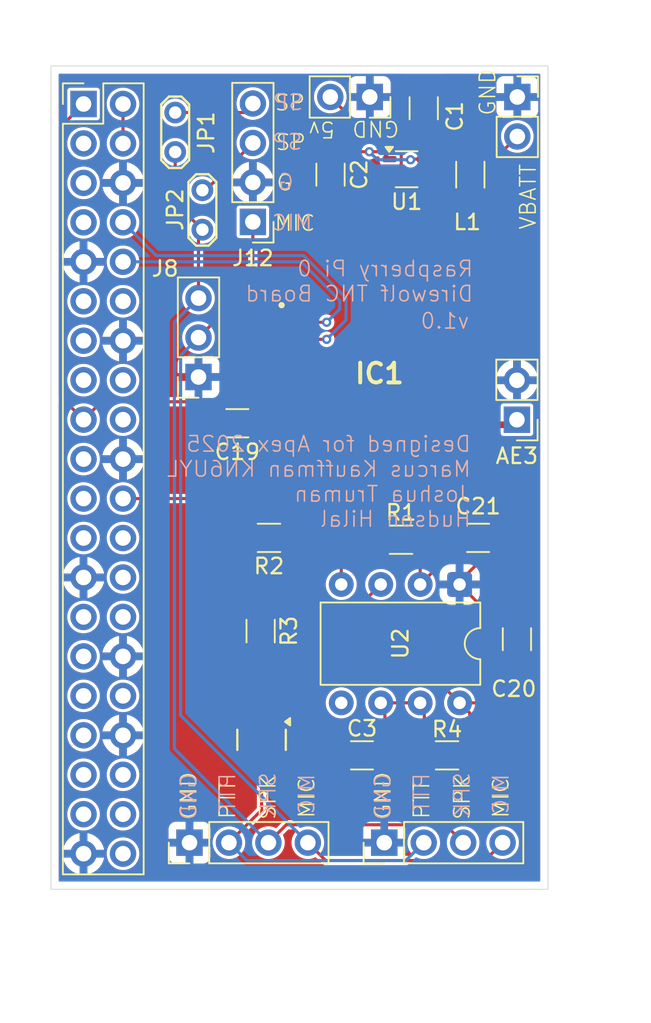
<source format=kicad_pcb>
(kicad_pcb (version 20241229) (generator "pcbnew") (generator_version "9.0")
  (layers (0 "F.Cu" signal) (2 "B.Cu" signal) (13 "F.Paste" user) (15 "B.Paste" user) (5 "F.SilkS" user "F.Silkscreen") (7 "B.SilkS" user "B.Silkscreen") (1 "F.Mask" user) (3 "B.Mask" user) (25 "Edge.Cuts" user))
  (net 0 "")
  (net 1 "Net-(AE3-A)")
  (net 2 "GND")
  (net 3 "VBUS")
  (net 4 "+BATT")
  (net 5 "Net-(U2-DIS)")
  (net 6 "+3V3")
  (net 7 "Net-(U2-TR)")
  (net 10 "/UART1_RX")
  (net 11 "/UART1_TX")
  (net 20 "Net-(J1-5V-Pad2)")
  (net 43 "/GP25")
  (net 47 "/PI_MIC")
  (net 48 "/PTT")
  (net 49 "/PI_SPK")
  (net 50 "Net-(U1-L)")
  (net 51 "Net-(Q1-B)")
  (net 52 "Net-(U2-Q)")
  (net 54 "Net-(J12-Pin_4)")
  (net 55 "Net-(J12-Pin_3)")
  (footprint "Capacitor_SMD:C_1206_3216Metric" (layer "F.Cu") (at 51 52 -90)
    (property "Reference" "C2" (at 0 -1.85 90) (layer "F.SilkS"))
    (property "Value" "10µF")
    (fp_line (start -0.711252 0.91) (end 0.711252 0.91) (stroke (width 0.12)) (layer "F.SilkS"))
    (fp_line (start -0.711252 -0.91) (end 0.711252 -0.91) (stroke (width 0.12)) (layer "F.SilkS"))
    (pad "1" smd roundrect (at -1.475 0 270) (size 1.15 1.8) (layers "F.Cu" "F.Mask" "F.Paste") (roundrect_rratio 0.217391) (net 4 "+BATT"))
    (pad "2" smd roundrect (at 1.475 0 270) (size 1.15 1.8) (layers "F.Cu" "F.Mask" "F.Paste") (roundrect_rratio 0.217391) (net 2 "GND"))
  )
  (footprint "Connector_PinSocket_2.54mm:PinSocket_1x02_P2.54mm_Vertical" (layer "F.Cu") (at 63.025 47)
    (property "Reference" "J3" (hide yes))
    (property "Value" "Conn_01x02_Pin")
    (fp_line (start -1.33 1.27) (end -1.33 3.87) (stroke (width 0.12)) (layer "F.SilkS"))
    (fp_line (start -1.33 1.27) (end 1.33 1.27) (stroke (width 0.12)) (layer "F.SilkS"))
    (fp_line (start -1.33 3.87) (end 1.33 3.87) (stroke (width 0.12)) (layer "F.SilkS"))
    (fp_line (start 0 -1.33) (end 1.33 -1.33) (stroke (width 0.12)) (layer "F.SilkS"))
    (fp_line (start 1.33 -1.33) (end 1.33 0) (stroke (width 0.12)) (layer "F.SilkS"))
    (fp_line (start 1.33 1.27) (end 1.33 3.87) (stroke (width 0.12)) (layer "F.SilkS"))
    (pad "1" thru_hole rect (at 0 0) (size 1.7 1.7) (drill 1) (layers "*.Cu" "*.Mask") (net 2 "GND"))
    (pad "2" thru_hole oval (at 0 2.54) (size 1.7 1.7) (drill 1) (layers "*.Cu" "*.Mask") (net 4 "+BATT"))
  )
  (footprint "Capacitor_SMD:C_1206_3216Metric" (layer "F.Cu") (at 57 47.725 90)
    (property "Reference" "C1" (at -0.525 2 90) (layer "F.SilkS"))
    (property "Value" "10µF")
    (fp_line (start -0.711252 -0.91) (end 0.711252 -0.91) (stroke (width 0.12)) (layer "F.SilkS"))
    (fp_line (start -0.711252 0.91) (end 0.711252 0.91) (stroke (width 0.12)) (layer "F.SilkS"))
    (pad "1" smd roundrect (at -1.475 0 90) (size 1.15 1.8) (layers "F.Cu" "F.Mask" "F.Paste") (roundrect_rratio 0.217391) (net 3 "VBUS"))
    (pad "2" smd roundrect (at 1.475 0 90) (size 1.15 1.8) (layers "F.Cu" "F.Mask" "F.Paste") (roundrect_rratio 0.217391) (net 2 "GND"))
  )
  (footprint "PCM_JLCPCB:Q_SOT-23" (layer "F.Cu") (at 46.56 88.38 -90)
    (property "Reference" "Q1" (hide yes))
    (property "Value" "MMBT2222A")
    (fp_line (start 0 1.56) (end -0.65 1.56) (stroke (width 0.15)) (layer "F.SilkS"))
    (fp_line (start 0 1.56) (end 0.65 1.56) (stroke (width 0.15)) (layer "F.SilkS"))
    (fp_line (start 0 -1.56) (end -0.65 -1.56) (stroke (width 0.15)) (layer "F.SilkS"))
    (fp_line (start 0 -1.56) (end 0.65 -1.56) (stroke (width 0.15)) (layer "F.SilkS"))
    (fp_poly (pts (xy -1.1625 -1.51) (xy -1.4025 -1.84) (xy -0.9225 -1.84) (xy -1.1625 -1.51)) (stroke (width 0.12)) (fill yes) (layer "F.SilkS"))
    (pad "1" smd roundrect (at -0.94 -0.95 270) (size 1.48 0.6) (layers "F.Cu" "F.Mask" "F.Paste") (net 51 "Net-(Q1-B)"))
    (pad "2" smd roundrect (at -0.94 0.95 270) (size 1.48 0.6) (layers "F.Cu" "F.Mask" "F.Paste") (net 2 "GND"))
    (pad "3" smd roundrect (at 0.94 0 270) (size 1.48 0.6) (layers "F.Cu" "F.Mask" "F.Paste") (net 48 "/PTT"))
  )
  (footprint "Capacitor_SMD:C_1206_3216Metric" (layer "F.Cu") (at 63 81.905 90)
    (property "Reference" "C20" (at -3.195 -0.2 180) (layer "F.SilkS"))
    (property "Value" "100nF")
    (fp_line (start -0.711252 -0.91) (end 0.711252 -0.91) (stroke (width 0.12)) (layer "F.SilkS"))
    (fp_line (start -0.711252 0.91) (end 0.711252 0.91) (stroke (width 0.12)) (layer "F.SilkS"))
    (pad "1" smd roundrect (at -1.475 0 90) (size 1.15 1.8) (layers "F.Cu" "F.Mask" "F.Paste") (roundrect_rratio 0.217391) (net 6 "+3V3"))
    (pad "2" smd roundrect (at 1.475 0 90) (size 1.15 1.8) (layers "F.Cu" "F.Mask" "F.Paste") (roundrect_rratio 0.217391) (net 2 "GND"))
  )
  (footprint "Connector_PinHeader_2.54mm:PinHeader_1x04_P2.54mm_Vertical" (layer "F.Cu") (at 46 55.04 180)
    (property "Reference" "J12" (at 0 -2.33 0) (layer "F.SilkS"))
    (property "Value" "Conn_01x04_Pin")
    (fp_line (start 1.33 1.27) (end 1.33 8.95) (stroke (width 0.12)) (layer "F.SilkS"))
    (fp_line (start -1.33 8.95) (end 1.33 8.95) (stroke (width 0.12)) (layer "F.SilkS"))
    (fp_line (start -1.33 1.27) (end 1.33 1.27) (stroke (width 0.12)) (layer "F.SilkS"))
    (fp_line (start -1.33 1.27) (end -1.33 8.95) (stroke (width 0.12)) (layer "F.SilkS"))
    (fp_line (start -1.33 0) (end -1.33 -1.33) (stroke (width 0.12)) (layer "F.SilkS"))
    (fp_line (start -1.33 -1.33) (end 0 -1.33) (stroke (width 0.12)) (layer "F.SilkS"))
    (pad "1" thru_hole rect (at 0 0 180) (size 1.7 1.7) (drill 1) (layers "*.Cu" "*.Mask") (net 47 "/PI_MIC"))
    (pad "2" thru_hole oval (at 0 2.54 180) (size 1.7 1.7) (drill 1) (layers "*.Cu" "*.Mask") (net 2 "GND"))
    (pad "3" thru_hole oval (at 0 5.08 180) (size 1.7 1.7) (drill 1) (layers "*.Cu" "*.Mask") (net 55 "Net-(J12-Pin_3)"))
    (pad "4" thru_hole oval (at 0 7.62 180) (size 1.7 1.7) (drill 1) (layers "*.Cu" "*.Mask") (net 54 "Net-(J12-Pin_4)"))
  )
  (footprint "Capacitor_SMD:C_1206_3216Metric" (layer "F.Cu") (at 45 68 180)
    (property "Reference" "C19" (at 0 -1.85 0) (layer "F.SilkS"))
    (property "Value" "100nF")
    (fp_line (start -0.711252 0.91) (end 0.711252 0.91) (stroke (width 0.12)) (layer "F.SilkS"))
    (fp_line (start -0.711252 -0.91) (end 0.711252 -0.91) (stroke (width 0.12)) (layer "F.SilkS"))
    (pad "1" smd roundrect (at -1.475 0 180) (size 1.15 1.8) (layers "F.Cu" "F.Mask" "F.Paste") (roundrect_rratio 0.217391) (net 6 "+3V3"))
    (pad "2" smd roundrect (at 1.475 0 180) (size 1.15 1.8) (layers "F.Cu" "F.Mask" "F.Paste") (roundrect_rratio 0.217391) (net 2 "GND"))
  )
  (footprint "Connector_PinSocket_2.54mm:PinSocket_1x03_P2.54mm_Vertical" (layer "F.Cu") (at 42.5 65.025 180)
    (property "Reference" "J8" (at 2.15 6.975 0) (layer "F.SilkS"))
    (property "Value" "Conn_01x03_Pin")
    (fp_line (start 1.33 1.27) (end 1.33 6.41) (stroke (width 0.12)) (layer "F.SilkS"))
    (fp_line (start 1.33 -1.33) (end 1.33 0) (stroke (width 0.12)) (layer "F.SilkS"))
    (fp_line (start 0 -1.33) (end 1.33 -1.33) (stroke (width 0.12)) (layer "F.SilkS"))
    (fp_line (start -1.33 6.41) (end 1.33 6.41) (stroke (width 0.12)) (layer "F.SilkS"))
    (fp_line (start -1.33 1.27) (end 1.33 1.27) (stroke (width 0.12)) (layer "F.SilkS"))
    (fp_line (start -1.33 1.27) (end -1.33 6.41) (stroke (width 0.12)) (layer "F.SilkS"))
    (pad "1" thru_hole rect (at 0 0 180) (size 1.7 1.7) (drill 1) (layers "*.Cu" "*.Mask") (net 2 "GND"))
    (pad "2" thru_hole oval (at 0 2.54 180) (size 1.7 1.7) (drill 1) (layers "*.Cu" "*.Mask") (net 47 "/PI_MIC"))
    (pad "3" thru_hole oval (at 0 5.08 180) (size 1.7 1.7) (drill 1) (layers "*.Cu" "*.Mask") (net 49 "/PI_SPK"))
  )
  (footprint "Package_TO_SOT_SMD:Texas_R-PDSO-G6" (layer "F.Cu") (at 55.9 51.65)
    (property "Reference" "U1" (at 0 2.1 0) (layer "F.SilkS"))
    (property "Value" "TPS61222DCK")
    (fp_line (start -0.7 -1.16) (end 0.7 -1.16) (stroke (width 0.12)) (layer "F.SilkS"))
    (fp_line (start -0.7 1.16) (end 0.7 1.16) (stroke (width 0.12)) (layer "F.SilkS"))
    (fp_poly (pts (xy -1.12 -1.11) (xy -1.36 -1.44) (xy -0.88 -1.44) (xy -1.12 -1.11)) (stroke (width 0.12)) (fill yes) (layer "F.SilkS"))
    (pad "1" smd roundrect (at -1.1 -0.65) (size 0.9 0.4) (layers "F.Cu" "F.Mask" "F.Paste") (net 4 "+BATT"))
    (pad "2" smd roundrect (at -1.1 0) (size 0.9 0.4) (layers "F.Cu" "F.Mask" "F.Paste") (net 3 "VBUS"))
    (pad "3" smd roundrect (at -1.1 0.65) (size 0.9 0.4) (layers "F.Cu" "F.Mask" "F.Paste") (net 2 "GND"))
    (pad "4" smd roundrect (at 1.1 0.65) (size 0.9 0.4) (layers "F.Cu" "F.Mask" "F.Paste") (net 3 "VBUS"))
    (pad "5" smd roundrect (at 1.1 0) (size 0.9 0.4) (layers "F.Cu" "F.Mask" "F.Paste") (net 50 "Net-(U1-L)"))
    (pad "6" smd roundrect (at 1.1 -0.65) (size 0.9 0.4) (layers "F.Cu" "F.Mask" "F.Paste") (net 4 "+BATT"))
  )
  (footprint "TestPoint:TestPoint_2Pads_Pitch2.54mm_Drill0.8mm" (layer "F.Cu") (at 42.75 53 -90)
    (property "Reference" "JP2" (at 1.25 1.75 90) (layer "F.SilkS"))
    (property "Value" "Jumper_2_Open")
    (fp_line (start -0.53 0.9) (end -1.03 0.4) (stroke (width 0.15)) (layer "F.SilkS"))
    (fp_line (start 3.07 0.9) (end -0.53 0.9) (stroke (width 0.15)) (layer "F.SilkS"))
    (fp_line (start -1.03 0.4) (end -1.03 -0.4) (stroke (width 0.15)) (layer "F.SilkS"))
    (fp_line (start 3.57 0.4) (end 3.07 0.9) (stroke (width 0.15)) (layer "F.SilkS"))
    (fp_line (start -1.03 -0.4) (end -0.53 -0.9) (stroke (width 0.15)) (layer "F.SilkS"))
    (fp_line (start 3.57 -0.4) (end 3.57 0.4) (stroke (width 0.15)) (layer "F.SilkS"))
    (fp_line (start -0.53 -0.9) (end 3.07 -0.9) (stroke (width 0.15)) (layer "F.SilkS"))
    (fp_line (start 3.07 -0.9) (end 3.57 -0.4) (stroke (width 0.15)) (layer "F.SilkS"))
    (pad "1" thru_hole circle (at 0 0 270) (size 1.4 1.4) (drill 0.8) (layers "*.Cu" "*.Mask") (net 55 "Net-(J12-Pin_3)"))
    (pad "2" thru_hole circle (at 2.54 0 270) (size 1.4 1.4) (drill 0.8) (layers "*.Cu" "*.Mask") (net 49 "/PI_SPK"))
  )
  (footprint "Resistor_SMD:R_1206_3216Metric" (layer "F.Cu") (at 55.5375 75.5 180)
    (property "Reference" "R1" (at 0 1.75 0) (layer "F.SilkS"))
    (property "Value" "10kΩ")
    (fp_line (start -0.727064 0.91) (end 0.727064 0.91) (stroke (width 0.12)) (layer "F.SilkS"))
    (fp_line (start -0.727064 -0.91) (end 0.727064 -0.91) (stroke (width 0.12)) (layer "F.SilkS"))
    (pad "1" smd roundrect (at -1.4625 0 180) (size 1.125 1.75) (layers "F.Cu" "F.Mask" "F.Paste") (roundrect_rratio 0.222222) (net 7 "Net-(U2-TR)"))
    (pad "2" smd roundrect (at 1.4625 0 180) (size 1.125 1.75) (layers "F.Cu" "F.Mask" "F.Paste") (roundrect_rratio 0.222222) (net 43 "/GP25"))
  )
  (footprint "Connector_PinSocket_2.54mm:PinSocket_1x02_P2.54mm_Vertical" (layer "F.Cu") (at 53.525 47 -90)
    (property "Reference" "J4" (hide yes))
    (property "Value" "Conn_01x02_Pin")
    (fp_line (start -1.33 3.87) (end 1.33 3.87) (stroke (width 0.12)) (layer "F.SilkS"))
    (fp_line (start -1.33 1.27) (end -1.33 3.87) (stroke (width 0.12)) (layer "F.SilkS"))
    (fp_line (start -1.33 1.27) (end 1.33 1.27) (stroke (width 0.12)) (layer "F.SilkS"))
    (fp_line (start 1.33 1.27) (end 1.33 3.87) (stroke (width 0.12)) (layer "F.SilkS"))
    (fp_line (start 0 -1.33) (end 1.33 -1.33) (stroke (width 0.12)) (layer "F.SilkS"))
    (fp_line (start 1.33 -1.33) (end 1.33 0) (stroke (width 0.12)) (layer "F.SilkS"))
    (pad "1" thru_hole rect (at 0 0 270) (size 1.7 1.7) (drill 1) (layers "*.Cu" "*.Mask") (net 2 "GND"))
    (pad "2" thru_hole oval (at 0 2.54 270) (size 1.7 1.7) (drill 1) (layers "*.Cu" "*.Mask") (net 3 "VBUS"))
  )
  (footprint "Resistor_SMD:R_1206_3216Metric" (layer "F.Cu") (at 46.5 81.38 -90)
    (property "Reference" "R3" (at 0 -1.82 90) (layer "F.SilkS"))
    (property "Value" "2.7kΩ")
    (fp_line (start -0.727064 0.91) (end 0.727064 0.91) (stroke (width 0.12)) (layer "F.SilkS"))
    (fp_line (start -0.727064 -0.91) (end 0.727064 -0.91) (stroke (width 0.12)) (layer "F.SilkS"))
    (pad "1" smd roundrect (at -1.4625 0 270) (size 1.125 1.75) (layers "F.Cu" "F.Mask" "F.Paste") (roundrect_rratio 0.222222) (net 52 "Net-(U2-Q)"))
    (pad "2" smd roundrect (at 1.4625 0 270) (size 1.125 1.75) (layers "F.Cu" "F.Mask" "F.Paste") (roundrect_rratio 0.222222) (net 51 "Net-(Q1-B)"))
  )
  (footprint "Connector_PinHeader_2.54mm:PinHeader_1x04_P2.54mm_Vertical" (layer "F.Cu") (at 41.92 95 90)
    (property "Reference" "J11" (hide yes))
    (property "Value" "Conn_01x04_Pin")
    (fp_line (start -1.33 -1.33) (end 0 -1.33) (stroke (width 0.12)) (layer "F.SilkS"))
    (fp_line (start -1.33 0) (end -1.33 -1.33) (stroke (width 0.12)) (layer "F.SilkS"))
    (fp_line (start 1.33 1.27) (end 1.33 8.95) (stroke (width 0.12)) (layer "F.SilkS"))
    (fp_line (start -1.33 1.27) (end 1.33 1.27) (stroke (width 0.12)) (layer "F.SilkS"))
    (fp_line (start -1.33 1.27) (end -1.33 8.95) (stroke (width 0.12)) (layer "F.SilkS"))
    (fp_line (start -1.33 8.95) (end 1.33 8.95) (stroke (width 0.12)) (layer "F.SilkS"))
    (pad "1" thru_hole rect (at 0 0 90) (size 1.7 1.7) (drill 1) (layers "*.Cu" "*.Mask") (net 2 "GND"))
    (pad "2" thru_hole oval (at 0 2.54 90) (size 1.7 1.7) (drill 1) (layers "*.Cu" "*.Mask") (net 48 "/PTT"))
    (pad "3" thru_hole oval (at 0 5.08 90) (size 1.7 1.7) (drill 1) (layers "*.Cu" "*.Mask") (net 49 "/PI_SPK"))
    (pad "4" thru_hole oval (at 0 7.62 90) (size 1.7 1.7) (drill 1) (layers "*.Cu" "*.Mask") (net 47 "/PI_MIC"))
  )
  (footprint "TestPoint:TestPoint_2Pads_Pitch2.54mm_Drill0.8mm" (layer "F.Cu") (at 41 48 -90)
    (property "Reference" "JP1" (at 1.3 -2 90) (layer "F.SilkS"))
    (property "Value" "Jumper_2_Open")
    (fp_line (start -0.53 0.9) (end -1.03 0.4) (stroke (width 0.15)) (layer "F.SilkS"))
    (fp_line (start 3.07 0.9) (end -0.53 0.9) (stroke (width 0.15)) (layer "F.SilkS"))
    (fp_line (start -1.03 0.4) (end -1.03 -0.4) (stroke (width 0.15)) (layer "F.SilkS"))
    (fp_line (start 3.57 0.4) (end 3.07 0.9) (stroke (width 0.15)) (layer "F.SilkS"))
    (fp_line (start -1.03 -0.4) (end -0.53 -0.9) (stroke (width 0.15)) (layer "F.SilkS"))
    (fp_line (start 3.57 -0.4) (end 3.57 0.4) (stroke (width 0.15)) (layer "F.SilkS"))
    (fp_line (start -0.53 -0.9) (end 3.07 -0.9) (stroke (width 0.15)) (layer "F.SilkS"))
    (fp_line (start 3.07 -0.9) (end 3.57 -0.4) (stroke (width 0.15)) (layer "F.SilkS"))
    (pad "1" thru_hole circle (at 0 0 270) (size 1.4 1.4) (drill 0.8) (layers "*.Cu" "*.Mask") (net 54 "Net-(J12-Pin_4)"))
    (pad "2" thru_hole circle (at 2.54 0 270) (size 1.4 1.4) (drill 0.8) (layers "*.Cu" "*.Mask") (net 49 "/PI_SPK"))
  )
  (footprint "Connector_PinHeader_2.54mm:PinHeader_1x02_P2.54mm_Vertical" (layer "F.Cu") (at 63 67.775 180)
    (property "Reference" "AE3" (at 0 -2.33 0) (layer "F.SilkS"))
    (property "Value" "GPS_ANT")
    (fp_line (start 1.33 1.27) (end 1.33 3.87) (stroke (width 0.12)) (layer "F.SilkS"))
    (fp_line (start -1.33 3.87) (end 1.33 3.87) (stroke (width 0.12)) (layer "F.SilkS"))
    (fp_line (start -1.33 1.27) (end 1.33 1.27) (stroke (width 0.12)) (layer "F.SilkS"))
    (fp_line (start -1.33 1.27) (end -1.33 3.87) (stroke (width 0.12)) (layer "F.SilkS"))
    (fp_line (start -1.33 0) (end -1.33 -1.33) (stroke (width 0.12)) (layer "F.SilkS"))
    (fp_line (start -1.33 -1.33) (end 0 -1.33) (stroke (width 0.12)) (layer "F.SilkS"))
    (pad "1" thru_hole rect (at 0 0 180) (size 1.7 1.7) (drill 1) (layers "*.Cu" "*.Mask") (net 1 "Net-(AE3-A)"))
    (pad "2" thru_hole oval (at 0 2.54 180) (size 1.7 1.7) (drill 1) (layers "*.Cu" "*.Mask") (net 2 "GND"))
  )
  (footprint "ATGM336H-5N31:ATGM336H5N31" (layer "F.Cu") (at 54.15 64.8 180)
    (property "Reference" "IC1" (at 0 0 0) (layer "F.SilkS") (effects (font (size 1.27 1.27) (thickness 0.254))))
    (property "Value" "ATGM336H-5N31" (hide yes))
    (fp_line (start 6.4 4.4) (end 6.4 4.4) (stroke (width 0.2)) (layer "F.SilkS"))
    (fp_line (start 6.2 4.4) (end 6.2 4.4) (stroke (width 0.2)) (layer "F.SilkS"))
    (fp_arc (start 6.4 4.4) (mid 6.3 4.5) (end 6.2 4.4) (stroke (width 0.2)) (layer "F.SilkS"))
    (fp_arc (start 6.2 4.4) (mid 6.3 4.3) (end 6.4 4.4) (stroke (width 0.2)) (layer "F.SilkS"))
    (pad "1" smd rect (at 4.85 4.4 270) (size 0.8 1.8) (layers "F.Cu" "F.Mask" "F.Paste") (net 2 "GND"))
    (pad "2" smd rect (at 4.85 3.3 270) (size 0.8 1.8) (layers "F.Cu" "F.Mask" "F.Paste") (net 10 "/UART1_RX"))
    (pad "3" smd rect (at 4.85 2.2 270) (size 0.8 1.8) (layers "F.Cu" "F.Mask" "F.Paste") (net 11 "/UART1_TX"))
    (pad "4" smd rect (at 4.85 1.1 270) (size 0.8 1.8) (layers "F.Cu" "F.Mask" "F.Paste"))
    (pad "5" smd rect (at 4.85 0 270) (size 0.8 1.8) (layers "F.Cu" "F.Mask" "F.Paste"))
    (pad "6" smd rect (at 4.85 -1.1 270) (size 0.8 1.8) (layers "F.Cu" "F.Mask" "F.Paste") (net 6 "+3V3"))
    (pad "7" smd rect (at 4.85 -2.2 270) (size 0.8 1.8) (layers "F.Cu" "F.Mask" "F.Paste"))
    (pad "8" smd rect (at 4.85 -3.3 270) (size 0.8 1.8) (layers "F.Cu" "F.Mask" "F.Paste") (net 6 "+3V3"))
    (pad "9" smd rect (at 4.85 -4.4 270) (size 0.8 1.8) (layers "F.Cu" "F.Mask" "F.Paste"))
    (pad "10" smd rect (at -4.85 -4.4 270) (size 0.8 1.8) (layers "F.Cu" "F.Mask" "F.Paste") (net 2 "GND"))
    (pad "11" smd rect (at -4.85 -3.3 270) (size 0.8 1.8) (layers "F.Cu" "F.Mask" "F.Paste") (net 1 "Net-(AE3-A)"))
    (pad "12" smd rect (at -4.85 -2.2 270) (size 0.8 1.8) (layers "F.Cu" "F.Mask" "F.Paste") (net 2 "GND"))
    (pad "13" smd rect (at -4.85 -1.1 270) (size 0.8 1.8) (layers "F.Cu" "F.Mask" "F.Paste"))
    (pad "14" smd rect (at -4.85 0 270) (size 0.8 1.8) (layers "F.Cu" "F.Mask" "F.Paste"))
    (pad "15" smd rect (at -4.85 1.1 270) (size 0.8 1.8) (layers "F.Cu" "F.Mask" "F.Paste"))
    (pad "16" smd rect (at -4.85 2.2 270) (size 0.8 1.8) (layers "F.Cu" "F.Mask" "F.Paste"))
    (pad "17" smd rect (at -4.85 3.3 270) (size 0.8 1.8) (layers "F.Cu" "F.Mask" "F.Paste"))
    (pad "18" smd rect (at -4.85 4.4 270) (size 0.8 1.8) (layers "F.Cu" "F.Mask" "F.Paste"))
  )
  (footprint "Capacitor_SMD:C_1206_3216Metric" (layer "F.Cu") (at 60.5 75.38 180)
    (property "Reference" "C21" (at 0 2.03 0) (layer "F.SilkS"))
    (property "Value" "100nF")
    (fp_line (start -0.711252 0.91) (end 0.711252 0.91) (stroke (width 0.12)) (layer "F.SilkS"))
    (fp_line (start -0.711252 -0.91) (end 0.711252 -0.91) (stroke (width 0.12)) (layer "F.SilkS"))
    (pad "1" smd roundrect (at -1.475 0 180) (size 1.15 1.8) (layers "F.Cu" "F.Mask" "F.Paste") (roundrect_rratio 0.217391) (net 2 "GND"))
    (pad "2" smd roundrect (at 1.475 0 180) (size 1.15 1.8) (layers "F.Cu" "F.Mask" "F.Paste") (roundrect_rratio 0.217391) (net 7 "Net-(U2-TR)"))
  )
  (footprint "Capacitor_SMD:C_1206_3216Metric" (layer "F.Cu") (at 53.025 89.38 180)
    (property "Reference" "C3" (at 0 1.73 0) (layer "F.SilkS"))
    (property "Value" "10µF")
    (fp_line (start -0.711252 0.91) (end 0.711252 0.91) (stroke (width 0.12)) (layer "F.SilkS"))
    (fp_line (start -0.711252 -0.91) (end 0.711252 -0.91) (stroke (width 0.12)) (layer "F.SilkS"))
    (pad "1" smd roundrect (at -1.475 0 180) (size 1.15 1.8) (layers "F.Cu" "F.Mask" "F.Paste") (roundrect_rratio 0.217391) (net 5 "Net-(U2-DIS)"))
    (pad "2" smd roundrect (at 1.475 0 180) (size 1.15 1.8) (layers "F.Cu" "F.Mask" "F.Paste") (roundrect_rratio 0.217391) (net 2 "GND"))
  )
  (footprint "Resistor_SMD:R_1206_3216Metric" (layer "F.Cu") (at 47.0375 75.38 180)
    (property "Reference" "R2" (at 0 -1.82 0) (layer "F.SilkS"))
    (property "Value" "100kΩ")
    (fp_line (start -0.727064 0.91) (end 0.727064 0.91) (stroke (width 0.12)) (layer "F.SilkS"))
    (fp_line (start -0.727064 -0.91) (end 0.727064 -0.91) (stroke (width 0.12)) (layer "F.SilkS"))
    (pad "1" smd roundrect (at -1.4625 0 180) (size 1.125 1.75) (layers "F.Cu" "F.Mask" "F.Paste") (roundrect_rratio 0.222222) (net 43 "/GP25"))
    (pad "2" smd roundrect (at 1.4625 0 180) (size 1.125 1.75) (layers "F.Cu" "F.Mask" "F.Paste") (roundrect_rratio 0.222222) (net 2 "GND"))
  )
  (footprint "Connector_PinHeader_2.54mm:PinHeader_1x04_P2.54mm_Vertical" (layer "F.Cu") (at 54.46 95 90)
    (property "Reference" "J7" (hide yes))
    (property "Value" "Conn_01x04_Pin")
    (fp_line (start -1.33 -1.33) (end 0 -1.33) (stroke (width 0.12)) (layer "F.SilkS"))
    (fp_line (start -1.33 0) (end -1.33 -1.33) (stroke (width 0.12)) (layer "F.SilkS"))
    (fp_line (start 1.33 1.27) (end 1.33 8.95) (stroke (width 0.12)) (layer "F.SilkS"))
    (fp_line (start -1.33 1.27) (end 1.33 1.27) (stroke (width 0.12)) (layer "F.SilkS"))
    (fp_line (start -1.33 1.27) (end -1.33 8.95) (stroke (width 0.12)) (layer "F.SilkS"))
    (fp_line (start -1.33 8.95) (end 1.33 8.95) (stroke (width 0.12)) (layer "F.SilkS"))
    (pad "1" thru_hole rect (at 0 0 90) (size 1.7 1.7) (drill 1) (layers "*.Cu" "*.Mask") (net 2 "GND"))
    (pad "2" thru_hole oval (at 0 2.54 90) (size 1.7 1.7) (drill 1) (layers "*.Cu" "*.Mask") (net 48 "/PTT"))
    (pad "3" thru_hole oval (at 0 5.08 90) (size 1.7 1.7) (drill 1) (layers "*.Cu" "*.Mask") (net 49 "/PI_SPK"))
    (pad "4" thru_hole oval (at 0 7.62 90) (size 1.7 1.7) (drill 1) (layers "*.Cu" "*.Mask") (net 47 "/PI_MIC"))
  )
  (footprint "Package_DIP:DIP-8_W7.62mm" (layer "F.Cu") (at 59.31 78.38 -90)
    (property "Reference" "U2" (at 3.805 3.81 90) (layer "F.SilkS"))
    (property "Value" "ICM7555xP")
    (fp_line (start 1.16 8.95) (end 6.46 8.95) (stroke (width 0.12)) (layer "F.SilkS"))
    (fp_line (start 6.46 8.95) (end 6.46 -1.33) (stroke (width 0.12)) (layer "F.SilkS"))
    (fp_line (start 1.16 -1.33) (end 1.16 8.95) (stroke (width 0.12)) (layer "F.SilkS"))
    (fp_line (start 2.81 -1.33) (end 1.16 -1.33) (stroke (width 0.12)) (layer "F.SilkS"))
    (fp_line (start 6.46 -1.33) (end 4.81 -1.33) (stroke (width 0.12)) (layer "F.SilkS"))
    (fp_arc (start 4.81 -1.33) (mid 3.81 -0.33) (end 2.81 -1.33) (stroke (width 0.12)) (layer "F.SilkS"))
    (pad "1" thru_hole roundrect (at 0 0 270) (size 1.6 1.6) (drill 0.8) (layers "*.Cu" "*.Mask") (roundrect_rratio 0.15625) (net 2 "GND"))
    (pad "2" thru_hole circle (at 0 2.54 270) (size 1.6 1.6) (drill 0.8) (layers "*.Cu" "*.Mask") (net 7 "Net-(U2-TR)"))
    (pad "3" thru_hole circle (at 0 5.08 270) (size 1.6 1.6) (drill 0.8) (layers "*.Cu" "*.Mask") (net 52 "Net-(U2-Q)"))
    (pad "4" thru_hole circle (at 0 7.62 270) (size 1.6 1.6) (drill 0.8) (layers "*.Cu" "*.Mask") (net 43 "/GP25"))
    (pad "5" thru_hole circle (at 7.62 7.62 270) (size 1.6 1.6) (drill 0.8) (layers "*.Cu" "*.Mask"))
    (pad "6" thru_hole circle (at 7.62 5.08 270) (size 1.6 1.6) (drill 0.8) (layers "*.Cu" "*.Mask") (net 5 "Net-(U2-DIS)"))
    (pad "7" thru_hole circle (at 7.62 2.54 270) (size 1.6 1.6) (drill 0.8) (layers "*.Cu" "*.Mask") (net 5 "Net-(U2-DIS)"))
    (pad "8" thru_hole circle (at 7.62 0 270) (size 1.6 1.6) (drill 0.8) (layers "*.Cu" "*.Mask") (net 6 "+3V3"))
  )
  (footprint "Resistor_SMD:R_1206_3216Metric" (layer "F.Cu") (at 58.5 89.38 180)
    (property "Reference" "R4" (at 0 1.68 0) (layer "F.SilkS"))
    (property "Value" "1MΩ")
    (fp_line (start -0.727064 0.91) (end 0.727064 0.91) (stroke (width 0.12)) (layer "F.SilkS"))
    (fp_line (start -0.727064 -0.91) (end 0.727064 -0.91) (stroke (width 0.12)) (layer "F.SilkS"))
    (pad "1" smd roundrect (at -1.4625 0 180) (size 1.125 1.75) (layers "F.Cu" "F.Mask" "F.Paste") (roundrect_rratio 0.222222) (net 6 "+3V3"))
    (pad "2" smd roundrect (at 1.4625 0 180) (size 1.125 1.75) (layers "F.Cu" "F.Mask" "F.Paste") (roundrect_rratio 0.222222) (net 5 "Net-(U2-DIS)"))
  )
  (footprint "Inductor_SMD:L_1206_3216Metric" (layer "F.Cu") (at 60 52 -90)
    (property "Reference" "L1" (at 3.05 0.2 180) (layer "F.SilkS"))
    (property "Value" "4.7µH")
    (fp_line (start -0.835242 0.91) (end 0.835242 0.91) (stroke (width 0.12)) (layer "F.SilkS"))
    (fp_line (start -0.835242 -0.91) (end 0.835242 -0.91) (stroke (width 0.12)) (layer "F.SilkS"))
    (pad "1" smd roundrect (at -1.575 0 270) (size 1.05 1.9) (layers "F.Cu" "F.Mask" "F.Paste") (roundrect_rratio 0.238095) (net 4 "+BATT"))
    (pad "2" smd roundrect (at 1.575 0 270) (size 1.05 1.9) (layers "F.Cu" "F.Mask" "F.Paste") (roundrect_rratio 0.238095) (net 50 "Net-(U1-L)"))
  )
  (footprint "Connector_PinHeader_2.54mm:PinHeader_2x20_P2.54mm_Vertical" (layer "F.Cu") (at 35.1 47.45)
    (property "Reference" "J1" (hide yes))
    (property "Value" "Raspberry_Pi_2_3")
    (fp_line (start -1.33 -1.33) (end 0 -1.33) (stroke (width 0.12)) (layer "F.SilkS"))
    (fp_line (start -1.33 0) (end -1.33 -1.33) (stroke (width 0.12)) (layer "F.SilkS"))
    (fp_line (start -1.33 1.27) (end -1.33 49.59) (stroke (width 0.12)) (layer "F.SilkS"))
    (fp_line (start -1.33 1.27) (end 1.27 1.27) (stroke (width 0.12)) (layer "F.SilkS"))
    (fp_line (start -1.33 49.59) (end 3.87 49.59) (stroke (width 0.12)) (layer "F.SilkS"))
    (fp_line (start 1.27 -1.33) (end 3.87 -1.33) (stroke (width 0.12)) (layer "F.SilkS"))
    (fp_line (start 1.27 1.27) (end 1.27 -1.33) (stroke (width 0.12)) (layer "F.SilkS"))
    (fp_line (start 3.87 -1.33) (end 3.87 49.59) (stroke (width 0.12)) (layer "F.SilkS"))
    (pad "1" thru_hole rect (at 0 0) (size 1.7 1.7) (drill 1) (layers "*.Cu" "*.Mask") (net 6 "+3V3"))
    (pad "2" thru_hole oval (at 2.54 0) (size 1.7 1.7) (drill 1) (layers "*.Cu" "*.Mask") (net 20 "Net-(J1-5V-Pad2)"))
    (pad "3" thru_hole oval (at 0 2.54) (size 1.7 1.7) (drill 1) (layers "*.Cu" "*.Mask"))
    (pad "4" thru_hole oval (at 2.54 2.54) (size 1.7 1.7) (drill 1) (layers "*.Cu" "*.Mask") (net 20 "Net-(J1-5V-Pad2)"))
    (pad "5" thru_hole oval (at 0 5.08) (size 1.7 1.7) (drill 1) (layers "*.Cu" "*.Mask"))
    (pad "6" thru_hole oval (at 2.54 5.08) (size 1.7 1.7) (drill 1) (layers "*.Cu" "*.Mask") (net 2 "GND"))
    (pad "7" thru_hole oval (at 0 7.62) (size 1.7 1.7) (drill 1) (layers "*.Cu" "*.Mask"))
    (pad "8" thru_hole oval (at 2.54 7.62) (size 1.7 1.7) (drill 1) (layers "*.Cu" "*.Mask") (net 11 "/UART1_TX"))
    (pad "9" thru_hole oval (at 0 10.16) (size 1.7 1.7) (drill 1) (layers "*.Cu" "*.Mask") (net 2 "GND"))
    (pad "10" thru_hole oval (at 2.54 10.16) (size 1.7 1.7) (drill 1) (layers "*.Cu" "*.Mask") (net 10 "/UART1_RX"))
    (pad "11" thru_hole oval (at 0 12.7) (size 1.7 1.7) (drill 1) (layers "*.Cu" "*.Mask"))
    (pad "12" thru_hole oval (at 2.54 12.7) (size 1.7 1.7) (drill 1) (layers "*.Cu" "*.Mask"))
    (pad "13" thru_hole oval (at 0 15.24) (size 1.7 1.7) (drill 1) (layers "*.Cu" "*.Mask"))
    (pad "14" thru_hole oval (at 2.54 15.24) (size 1.7 1.7) (drill 1) (layers "*.Cu" "*.Mask") (net 2 "GND"))
    (pad "15" thru_hole oval (at 0 17.78) (size 1.7 1.7) (drill 1) (layers "*.Cu" "*.Mask"))
    (pad "16" thru_hole oval (at 2.54 17.78) (size 1.7 1.7) (drill 1) (layers "*.Cu" "*.Mask"))
    (pad "17" thru_hole oval (at 0 20.32) (size 1.7 1.7) (drill 1) (layers "*.Cu" "*.Mask") (net 6 "+3V3"))
    (pad "18" thru_hole oval (at 2.54 20.32) (size 1.7 1.7) (drill 1) (layers "*.Cu" "*.Mask"))
    (pad "19" thru_hole oval (at 0 22.86) (size 1.7 1.7) (drill 1) (layers "*.Cu" "*.Mask"))
    (pad "20" thru_hole oval (at 2.54 22.86) (size 1.7 1.7) (drill 1) (layers "*.Cu" "*.Mask") (net 2 "GND"))
    (pad "21" thru_hole oval (at 0 25.4) (size 1.7 1.7) (drill 1) (layers "*.Cu" "*.Mask"))
    (pad "22" thru_hole oval (at 2.54 25.4) (size 1.7 1.7) (drill 1) (layers "*.Cu" "*.Mask") (net 43 "/GP25"))
    (pad "23" thru_hole oval (at 0 27.94) (size 1.7 1.7) (drill 1) (layers "*.Cu" "*.Mask"))
    (pad "24" thru_hole oval (at 2.54 27.94) (size 1.7 1.7) (drill 1) (layers "*.Cu" "*.Mask"))
    (pad "25" thru_hole oval (at 0 30.48) (size 1.7 1.7) (drill 1) (layers "*.Cu" "*.Mask") (net 2 "GND"))
    (pad "26" thru_hole oval (at 2.54 30.48) (size 1.7 1.7) (drill 1) (layers "*.Cu" "*.Mask"))
    (pad "27" thru_hole oval (at 0 33.02) (size 1.7 1.7) (drill 1) (layers "*.Cu" "*.Mask"))
    (pad "28" thru_hole oval (at 2.54 33.02) (size 1.7 1.7) (drill 1) (layers "*.Cu" "*.Mask"))
    (pad "29" thru_hole oval (at 0 35.56) (size 1.7 1.7) (drill 1) (layers "*.Cu" "*.Mask"))
    (pad "30" thru_hole oval (at 2.54 35.56) (size 1.7 1.7) (drill 1) (layers "*.Cu" "*.Mask") (net 2 "GND"))
    (pad "31" thru_hole oval (at 0 38.1) (size 1.7 1.7) (drill 1) (layers "*.Cu" "*.Mask"))
    (pad "32" thru_hole oval (at 2.54 38.1) (size 1.7 1.7) (drill 1) (layers "*.Cu" "*.Mask"))
    (pad "33" thru_hole oval (at 0 40.64) (size 1.7 1.7) (drill 1) (layers "*.Cu" "*.Mask"))
    (pad "34" thru_hole oval (at 2.54 40.64) (size 1.7 1.7) (drill 1) (layers "*.Cu" "*.Mask") (net 2 "GND"))
    (pad "35" thru_hole oval (at 0 43.18) (size 1.7 1.7) (drill 1) (layers "*.Cu" "*.Mask"))
    (pad "36" thru_hole oval (at 2.54 43.18) (size 1.7 1.7) (drill 1) (layers "*.Cu" "*.Mask"))
    (pad "37" thru_hole oval (at 0 45.72) (size 1.7 1.7) (drill 1) (layers "*.Cu" "*.Mask"))
    (pad "38" thru_hole oval (at 2.54 45.72) (size 1.7 1.7) (drill 1) (layers "*.Cu" "*.Mask"))
    (pad "39" thru_hole oval (at 0 48.26) (size 1.7 1.7) (drill 1) (layers "*.Cu" "*.Mask") (net 2 "GND"))
    (pad "40" thru_hole oval (at 2.54 48.26) (size 1.7 1.7) (drill 1) (layers "*.Cu" "*.Mask"))
  )
  (gr_rect (start 33 45) (end 65 98) (stroke (width 0.05)) (fill no) (layer "Edge.Cuts"))
  (gr_text "G" (at 47.45 53.1 0) (layer "F.SilkS") (effects (font (size 1 1) (thickness 0.1)) (justify left bottom)))
  (gr_text "SP" (at 47.35 47.95 0) (layer "F.SilkS") (effects (font (size 1 1) (thickness 0.1)) (justify left bottom)))
  (gr_text "5v" (at 51.35 48.5 180) (layer "F.SilkS") (effects (font (size 1 1) (thickness 0.1)) (justify left bottom)))
  (gr_text "GND" (at 54.95 93.55 90) (layer "F.SilkS") (effects (font (size 1 1) (thickness 0.1)) (justify left bottom)))
  (gr_text "GND" (at 55.5 48.45 180) (layer "F.SilkS") (effects (font (size 1 1) (thickness 0.1)) (justify left bottom)))
  (gr_text "PTT" (at 57.45 93.55 90) (layer "F.SilkS") (effects (font (size 1 1) (thickness 0.1)) (justify left bottom)))
  (gr_text "VBATT" (at 64.3 55.6 90) (layer "F.SilkS") (effects (font (size 1 1) (thickness 0.1)) (justify left bottom)))
  (gr_text "PTT" (at 44.95 93.55 90) (layer "F.SilkS") (effects (font (size 1 1) (thickness 0.1)) (justify left bottom)))
  (gr_text "GND" (at 61.695 48.27 90) (layer "F.SilkS") (effects (font (size 1 1) (thickness 0.1)) (justify left bottom)))
  (gr_text "MIC" (at 62.55 93.5 90) (layer "F.SilkS") (effects (font (size 1 1) (thickness 0.1)) (justify left bottom)))
  (gr_text "MIC" (at 50.05 93.5 90) (layer "F.SilkS") (effects (font (size 1 1) (thickness 0.1)) (justify left bottom)))
  (gr_text "MIC" (at 47.33 55.705 0) (layer "F.SilkS") (effects (font (size 1 1) (thickness 0.1)) (justify left bottom)))
  (gr_text "GND" (at 42.45 93.55 90) (layer "F.SilkS") (effects (font (size 1 1) (thickness 0.1)) (justify left bottom)))
  (gr_text "SPK" (at 60.05 93.6 90) (layer "F.SilkS") (effects (font (size 1 1) (thickness 0.1)) (justify left bottom)))
  (gr_text "SPK" (at 47.55 93.6 90) (layer "F.SilkS") (effects (font (size 1 1) (thickness 0.1)) (justify left bottom)))
  (gr_text "SP" (at 47.4 50.5 0) (layer "F.SilkS") (effects (font (size 1 1) (thickness 0.1)) (justify left bottom)))
  (gr_text "SP" (at 49.25 50.474 0) (layer "B.SilkS") (effects (font (size 1 1) (thickness 0.1)) (justify left bottom mirror)))
  (gr_text "SP" (at 49.3 47.924 0) (layer "B.SilkS") (effects (font (size 1 1) (thickness 0.1)) (justify left bottom mirror)))
  (gr_text "GND" (at 42.45 90.45 90) (layer "B.SilkS") (effects (font (size 1 1) (thickness 0.1)) (justify left bottom mirror)))
  (gr_text "MIC" (at 50.05 90.5 90) (layer "B.SilkS") (effects (font (size 1 1) (thickness 0.1)) (justify left bottom mirror)))
  (gr_text "SPK" (at 47.55 90.4 90) (layer "B.SilkS") (effects (font (size 1 1) (thickness 0.1)) (justify left bottom mirror)))
  (gr_text "PTT" (at 57.45 90.45 90) (layer "B.SilkS") (effects (font (size 1 1) (thickness 0.1)) (justify left bottom mirror)))
  (gr_text "Designed for Apex 2025\nMarcus Kauffman KN6UYL\nJoshua Truman\nHudson Hilal" (at 60.1 74.75 0) (layer "B.SilkS") (effects (font (size 1 1) (thickness 0.1)) (justify left bottom mirror)))
  (gr_text "PTT" (at 44.95 90.45 90) (layer "B.SilkS") (effects (font (size 1 1) (thickness 0.1)) (justify left bottom mirror)))
  (gr_text "G" (at 48.7 53.05 0) (layer "B.SilkS") (effects (font (size 1 1) (thickness 0.1)) (justify left bottom mirror)))
  (gr_text "Raspberry Pi 0\nDirewolf TNC Board" (at 60.25 60.25 0) (layer "B.SilkS") (effects (font (size 1 1) (thickness 0.1)) (justify left bottom mirror)))
  (gr_text "SPK" (at 60.05 90.4 90) (layer "B.SilkS") (effects (font (size 1 1) (thickness 0.1)) (justify left bottom mirror)))
  (gr_text "GND" (at 54.95 90.45 90) (layer "B.SilkS") (effects (font (size 1 1) (thickness 0.1)) (justify left bottom mirror)))
  (gr_text "MIC" (at 49.9 55.679 0) (layer "B.SilkS") (effects (font (size 1 1) (thickness 0.1)) (justify left bottom mirror)))
  (gr_text "v1.0" (at 60 62 0) (layer "B.SilkS") (effects (font (size 1 1) (thickness 0.1)) (justify left bottom mirror)))
  (gr_text "MIC" (at 62.55 90.5 90) (layer "B.SilkS") (effects (font (size 1 1) (thickness 0.1)) (justify left bottom mirror)))
  (segment (start 59 68.1) (end 62.675 68.1) (width 0.43) (layer "F.Cu") (net 1))
  (segment (start 62.675 68.1) (end 63 67.775) (width 0.2) (layer "F.Cu") (net 1))
  (segment (start 59.025 69.275) (end 59 69.3) (width 0.2) (layer "F.Cu") (net 2))
  (segment (start 61.36 80.43) (end 59.31 78.38) (width 0.2) (layer "F.Cu") (net 2))
  (segment (start 59.31 78.38) (end 59.31 78.19) (width 0.2) (layer "F.Cu") (net 2))
  (segment (start 59.31 78.19) (end 60.265 77.235) (width 0.2) (layer "F.Cu") (net 2))
  (segment (start 60.265 77.235) (end 60.265 75.38) (width 0.2) (layer "F.Cu") (net 2))
  (segment (start 63 80.43) (end 61.36 80.43) (width 0.2) (layer "F.Cu") (net 2))
  (segment (start 55.551 51.348999) (end 55.249999 51.65) (width 0.2) (layer "F.Cu") (net 3))
  (segment (start 55.249999 51.65) (end 54.8 51.65) (width 0.2) (layer "F.Cu") (net 3))
  (segment (start 54.94387 50.124) (end 55 50.18013) (width 0.2) (layer "F.Cu") (net 3))
  (segment (start 50.985 47) (end 54.109 50.124) (width 0.2) (layer "F.Cu") (net 3))
  (segment (start 55.551 50.73113) (end 55.551 51.348999) (width 0.2) (layer "F.Cu") (net 3))
  (segment (start 57 52.3) (end 56.550001 52.3) (width 0.2) (layer "F.Cu") (net 3))
  (segment (start 55 50.18013) (end 55.79487 50.18013) (width 0.2) (layer "F.Cu") (net 3))
  (segment (start 55.900001 51.65) (end 54.8 51.65) (width 0.2) (layer "F.Cu") (net 3))
  (segment (start 54.109 50.124) (end 54.94387 50.124) (width 0.2) (layer "F.Cu") (net 3))
  (segment (start 55.79487 50.18013) (end 57 48.975) (width 0.2) (layer "F.Cu") (net 3))
  (segment (start 56.550001 52.3) (end 55.900001 51.65) (width 0.2) (layer "F.Cu") (net 3))
  (segment (start 55 50.18013) (end 55.551 50.73113) (width 0.2) (layer "F.Cu") (net 3))
  (segment (start 57 51) (end 59.425 51) (width 0.2) (layer "F.Cu") (net 4))
  (segment (start 59.425 51) (end 60 50.425) (width 0.2) (layer "F.Cu") (net 4))
  (segment (start 56.190381 51) (end 56.151 51.039381) (width 0.2) (layer "F.Cu") (net 4))
  (segment (start 51 50.525) (end 53.5 50.525) (width 0.2) (layer "F.Cu") (net 4))
  (segment (start 53.5 50.525) (end 54.325 50.525) (width 0.2) (layer "F.Cu") (net 4))
  (segment (start 60 50.425) (end 62.14 50.425) (width 0.2) (layer "F.Cu") (net 4))
  (segment (start 57 51) (end 56.190381 51) (width 0.2) (layer "F.Cu") (net 4))
  (segment (start 54.325 50.525) (end 54.8 51) (width 0.2) (layer "F.Cu") (net 4))
  (segment (start 62.14 50.425) (end 63.025 49.54) (width 0.2) (layer "F.Cu") (net 4))
  (via (at 53.5 50.525) (size 0.6) (drill 0.3) (layers "F.Cu" "B.Cu") (net 4))
  (via (at 56.151 51.039381) (size 0.6) (drill 0.3) (layers "F.Cu" "B.Cu") (net 4))
  (segment (start 54.014381 51.039381) (end 53.5 50.525) (width 0.2) (layer "B.Cu") (net 4))
  (segment (start 56.151 51.039381) (end 54.014381 51.039381) (width 0.2) (layer "B.Cu") (net 4))
  (segment (start 54.23 86) (end 56.77 86) (width 0.2) (layer "F.Cu") (net 5))
  (segment (start 54.5 89.38) (end 54.5 86.27) (width 0.2) (layer "F.Cu") (net 5))
  (segment (start 54.5 86.27) (end 54.23 86) (width 0.2) (layer "F.Cu") (net 5))
  (segment (start 57.0375 86.2675) (end 56.77 86) (width 0.2) (layer "F.Cu") (net 5))
  (segment (start 57.0375 89.38) (end 57.0375 86.2675) (width 0.2) (layer "F.Cu") (net 5))
  (segment (start 49.3 68.1) (end 48.2 68.1) (width 0.2) (layer "F.Cu") (net 6))
  (segment (start 48.2 65.9) (end 49.3 65.9) (width 0.2) (layer "F.Cu") (net 6))
  (segment (start 48.099 67.999) (end 48.099 66.001) (width 0.2) (layer "F.Cu") (net 6))
  (segment (start 49.3 68.1) (end 50.4 68.1) (width 0.2) (layer "F.Cu") (net 6))
  (segment (start 50.4 68.1) (end 55.331 73.031) (width 0.2) (layer "F.Cu") (net 6))
  (segment (start 46.575 68.1) (end 46.475 68) (width 0.2) (layer "F.Cu") (net 6))
  (segment (start 33.601 66.271) (end 35.1 67.77) (width 0.2) (layer "F.Cu") (net 6))
  (segment (start 36.251 66.619) (end 35.1 67.77) (width 0.2) (layer "F.Cu") (net 6))
  (segment (start 48.2 68.1) (end 48.099 67.999) (width 0.2) (layer "F.Cu") (net 6))
  (segment (start 59.9625 86.6525) (end 59.31 86) (width 0.2) (layer "F.Cu") (net 6))
  (segment (start 46.475 68) (end 45.094 66.619) (width 0.2) (layer "F.Cu") (net 6))
  (segment (start 60.38 86) (end 63 83.38) (width 0.2) (layer "F.Cu") (net 6))
  (segment (start 55.331 73.031) (end 55.331 82.021) (width 0.2) (layer "F.Cu") (net 6))
  (segment (start 33.601 48.949) (end 33.601 66.271) (width 0.2) (layer "F.Cu") (net 6))
  (segment (start 49.3 68.1) (end 46.575 68.1) (width 0.2) (layer "F.Cu") (net 6))
  (segment (start 45.094 66.619) (end 36.251 66.619) (width 0.2) (layer "F.Cu") (net 6))
  (segment (start 48.099 66.001) (end 48.2 65.9) (width 0.2) (layer "F.Cu") (net 6))
  (segment (start 55.331 82.021) (end 59.31 86) (width 0.2) (layer "F.Cu") (net 6))
  (segment (start 35.1 47.45) (end 33.601 48.949) (width 0.2) (layer "F.Cu") (net 6))
  (segment (start 59.31 86) (end 60.38 86) (width 0.2) (layer "F.Cu") (net 6))
  (segment (start 59.9625 89.38) (end 59.9625 86.6525) (width 0.2) (layer "F.Cu") (net 6))
  (segment (start 58.905 75.5) (end 57 75.5) (width 0.2) (layer "F.Cu") (net 7))
  (segment (start 59.025 76.125) (end 59.025 75.38) (width 0.2) (layer "F.Cu") (net 7))
  (segment (start 56.77 75.73) (end 57 75.5) (width 0.2) (layer "F.Cu") (net 7))
  (segment (start 56.77 78.38) (end 59.025 76.125) (width 0.2) (layer "F.Cu") (net 7))
  (segment (start 56.77 78.38) (end 56.77 75.73) (width 0.2) (layer "F.Cu") (net 7))
  (segment (start 59.025 75.38) (end 58.905 75.5) (width 0.2) (layer "F.Cu") (net 7))
  (segment (start 49.3 61.5) (end 50.75 61.5) (width 0.2) (layer "F.Cu") (net 10))
  (via (at 50.75 61.5) (size 0.6) (drill 0.3) (layers "F.Cu" "B.Cu") (net 10))
  (segment (start 50.75 61.5) (end 51.599 60.651) (width 0.2) (layer "B.Cu") (net 10))
  (segment (start 51.599 60.098999) (end 49.110001 57.61) (width 0.2) (layer "B.Cu") (net 10))
  (segment (start 51.599 60.651) (end 51.599 60.098999) (width 0.2) (layer "B.Cu") (net 10))
  (segment (start 39.9451 57.61) (end 39.6129 57.61) (width 0.2) (layer "B.Cu") (net 10))
  (segment (start 39.6129 57.61) (end 37.64 57.61) (width 0.2) (layer "B.Cu") (net 10))
  (segment (start 49.110001 57.61) (end 39.9451 57.61) (width 0.2) (layer "B.Cu") (net 10))
  (segment (start 50.75 62.6) (end 49.3 62.6) (width 0.2) (layer "F.Cu") (net 11))
  (via (at 50.75 62.6) (size 0.6) (drill 0.3) (layers "F.Cu" "B.Cu") (net 11))
  (segment (start 39.779 57.209) (end 37.64 55.07) (width 0.2) (layer "B.Cu") (net 11))
  (segment (start 49.276101 57.209) (end 39.779 57.209) (width 0.2) (layer "B.Cu") (net 11))
  (segment (start 52 61.35) (end 52 59.932899) (width 0.2) (layer "B.Cu") (net 11))
  (segment (start 50.75 62.6) (end 52 61.35) (width 0.2) (layer "B.Cu") (net 11))
  (segment (start 52 59.932899) (end 49.276101 57.209) (width 0.2) (layer "B.Cu") (net 11))
  (segment (start 37.64 47.45) (end 37.64 49.99) (width 0.2) (layer "F.Cu") (net 20))
  (segment (start 45.97 72.85) (end 37.64 72.85) (width 0.2) (layer "F.Cu") (net 43))
  (segment (start 51.5 75.38) (end 53.955 75.38) (width 0.2) (layer "F.Cu") (net 43))
  (segment (start 48.5 75.38) (end 51.5 75.38) (width 0.2) (layer "F.Cu") (net 43))
  (segment (start 51.69 75.57) (end 51.69 78.38) (width 0.2) (layer "F.Cu") (net 43))
  (segment (start 48.5 75.38) (end 45.97 72.85) (width 0.2) (layer "F.Cu") (net 43))
  (segment (start 51.5 75.38) (end 51.69 75.57) (width 0.2) (layer "F.Cu") (net 43))
  (segment (start 53.955 75.38) (end 54.075 75.5) (width 0.2) (layer "F.Cu") (net 43))
  (segment (start 50.691 96.151) (end 60.929 96.151) (width 0.2) (layer "F.Cu") (net 47))
  (segment (start 49.54 95) (end 50.691 96.151) (width 0.2) (layer "F.Cu") (net 47))
  (segment (start 60.929 96.151) (end 62.08 95) (width 0.2) (layer "F.Cu") (net 47))
  (segment (start 46 58.985) (end 42.5 62.485) (width 0.2) (layer "F.Cu") (net 47))
  (segment (start 46 55.04) (end 46 58.985) (width 0.2) (layer "F.Cu") (net 47))
  (segment (start 41.349 63.636) (end 41.349 86.809) (width 0.2) (layer "B.Cu") (net 47))
  (segment (start 41.349 86.809) (end 49.54 95) (width 0.2) (layer "B.Cu") (net 47))
  (segment (start 42.5 62.485) (end 41.349 63.636) (width 0.2) (layer "B.Cu") (net 47))
  (segment (start 46.56 89.32) (end 46.56 92.9) (width 0.2) (layer "F.Cu") (net 48))
  (segment (start 46.56 92.9) (end 44.46 95) (width 0.2) (layer "F.Cu") (net 48))
  (segment (start 45.611 96.151) (end 44.46 95) (width 0.2) (layer "B.Cu") (net 48))
  (segment (start 57 95) (end 55.849 96.151) (width 0.2) (layer "B.Cu") (net 48))
  (segment (start 55.849 96.151) (end 45.611 96.151) (width 0.2) (layer "B.Cu") (net 48))
  (segment (start 42.5 59.945) (end 42.5 55.79) (width 0.2) (layer "F.Cu") (net 49))
  (segment (start 58.389 93.849) (end 59.54 95) (width 0.2) (layer "F.Cu") (net 49))
  (segment (start 47 95) (end 48.151 93.849) (width 0.2) (layer "F.Cu") (net 49))
  (segment (start 41 50.54) (end 41 53.79) (width 0.2) (layer "F.Cu") (net 49))
  (segment (start 41 53.79) (end 42.75 55.54) (width 0.2) (layer "F.Cu") (net 49))
  (segment (start 42.5 55.79) (end 42.75 55.54) (width 0.2) (layer "F.Cu") (net 49))
  (segment (start 48.151 93.849) (end 58.389 93.849) (width 0.2) (layer "F.Cu") (net 49))
  (segment (start 40.948 61.497) (end 40.948 88.948) (width 0.2) (layer "B.Cu") (net 49))
  (segment (start 40.948 88.948) (end 47 95) (width 0.2) (layer "B.Cu") (net 49))
  (segment (start 42.5 59.945) (end 40.948 61.497) (width 0.2) (layer "B.Cu") (net 49))
  (segment (start 60 53.575) (end 58.075 51.65) (width 0.2) (layer "F.Cu") (net 50))
  (segment (start 58.075 51.65) (end 57 51.65) (width 0.2) (layer "F.Cu") (net 50))
  (segment (start 47.51 83.8525) (end 46.5 82.8425) (width 0.2) (layer "F.Cu") (net 51))
  (segment (start 47.51 87.44) (end 47.51 83.8525) (width 0.2) (layer "F.Cu") (net 51))
  (segment (start 52.6925 79.9175) (end 54.23 78.38) (width 0.2) (layer "F.Cu") (net 52))
  (segment (start 46.5 79.9175) (end 52.6925 79.9175) (width 0.2) (layer "F.Cu") (net 52))
  (segment (start 45.42 48) (end 46 47.42) (width 0.2) (layer "F.Cu") (net 54))
  (segment (start 41 48) (end 45.42 48) (width 0.2) (layer "F.Cu") (net 54))
  (segment (start 42.96 53) (end 42.75 53) (width 0.2) (layer "F.Cu") (net 55))
  (segment (start 46 49.96) (end 42.96 53) (width 0.2) (layer "F.Cu") (net 55))
  (zone (net 2) (net_name "GND") (layers "F.Cu" "B.Cu") (connect_pads (clearance 0.1)) (min_thickness 0.1) (fill yes (thermal_gap 0.5) (thermal_bridge_width 0.5))
    (polygon (pts (xy 33 45) (xy 65 45) (xy 65 98) (xy 33 98)))
  )
)
</source>
